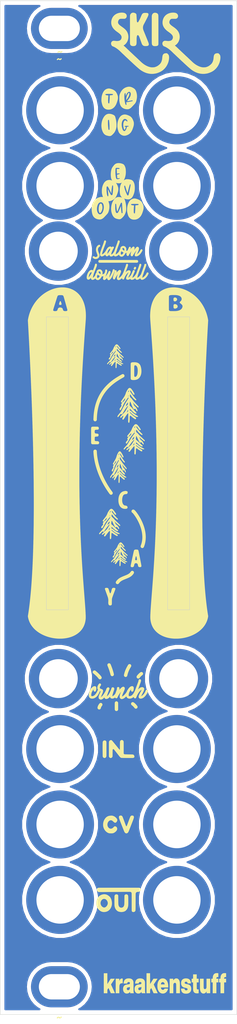
<source format=kicad_pcb>
(kicad_pcb (version 20171130) (host pcbnew "(5.1.5)-2")
  (layers (0 F.Cu signal) (31 B.Cu signal) (34 B.Paste user) (35 F.Paste user) (36 B.SilkS user) (37 F.SilkS user) (38 B.Mask user) (39 F.Mask user) (44 Edge.Cuts user))
  (net 0 "")
  (module Skis:in (layer F.Cu) (at 40.009751 114.505648)
    (fp_text reference G*** hide)
    (fp_text value LOGO hide)
  )
  (module Skis:cv (layer F.Cu) (at 40.011264 124.03)
    (fp_text reference G*** hide)
    (fp_text value LOGO hide)
  )
  (module Skis:out (layer F.Cu) (at 40.008784 133.555516)
    (fp_text reference G*** hide)
    (fp_text value LOGO hide)
  )
  (module Skis:kraakenstuff (layer F.Cu) (at 45.9 144.1)
    (fp_text reference G*** hide)
    (fp_text value LOGO hide)
  )
  (module Skis:crunch (layer F.Cu) (at 40 106.7)
    (fp_text reference G*** hide)
    (fp_text value LOGO hide)
  )
  (module Skis:decay (layer F.Cu) (at 40 79.9)
    (fp_text reference G*** hide)
    (fp_text value LOGO hide)
  )
  (module Skis:range (layer F.Cu) (at 39.9 52.8)
    (fp_text reference G*** hide)
    (fp_text value LOGO hide)
  )
  (module Skis:env_out (layer F.Cu) (at 39.9 44.1)
    (fp_text reference G*** hide)
    (fp_text value LOGO hide)
  )
  (module Skis:trig (layer F.Cu) (at 40.1 34)
    (fp_text reference G*** hide)
    (fp_text value LOGO hide)
  )
  (module Skis:ski_b (layer F.Cu) (at 47.7 78.4)
    (fp_text reference G*** hide)
    (fp_text value LOGO hide)
  )
  (module Skis:ski_a (layer F.Cu) (at 32.2 78.399695)
    (fp_text reference G*** hide)
    (fp_text value LOGO hide)
  )
  (module Skis:skis (layer F.Cu) (at 46 25.4)
    (fp_text reference G*** hide)
    (fp_text value LOGO hide)
  )
  (module KraakenStuff:Panel_Screw_Elliptical (layer F.Cu) (at 32.5114 144.528)
    (fp_text reference ~ (at 0.01016 3.85572) (layer F.SilkS))
    (fp_text value Panel_Screw_Elliptical)
    (pad "" np_thru_hole roundrect (at 0 0) (size 7.2 5.2) (drill oval 5.2 3.2) (layers *.Cu *.Mask) (roundrect_rratio 0.5))
  )
  (module KraakenStuff:Panel_Screw_Elliptical (layer F.Cu) (at 32.5114 23.528)
    (fp_text reference ~ (at 0.01016 3.85572) (layer F.SilkS))
    (fp_text value Panel_Screw_Elliptical)
    (pad "" np_thru_hole roundrect (at 0 0) (size 7.2 5.2) (drill oval 5.2 3.2) (layers *.Cu *.Mask) (roundrect_rratio 0.5))
  )
  (module KraakenStuff:Panel_Thonkiconn_6mm (layer F.Cu) (at 47.4155 133.558)
    (fp_text reference ~ (at 0 -7.4) (layer F.SilkS))
    (fp_text value Panel_Thonkiconn_6mm)
    (pad "" np_thru_hole circle (at 0 0) (size 8.6 8.6) (drill 6) (layers *.Cu *.Mask))
  )
  (module KraakenStuff:Panel_Thonkiconn_6mm (layer F.Cu) (at 32.607299 133.558)
    (fp_text reference ~ (at 0 -7.4) (layer F.SilkS))
    (fp_text value Panel_Thonkiconn_6mm)
    (pad "" np_thru_hole circle (at 0 0) (size 8.6 8.6) (drill 6) (layers *.Cu *.Mask))
  )
  (module KraakenStuff:Panel_Thonkiconn_6mm (layer F.Cu) (at 47.415499 124.033)
    (fp_text reference ~ (at 0 -7.4) (layer F.SilkS))
    (fp_text value Panel_Thonkiconn_6mm)
    (pad "" np_thru_hole circle (at 0 0) (size 8.6 8.6) (drill 6) (layers *.Cu *.Mask))
  )
  (module KraakenStuff:Panel_Thonkiconn_6mm (layer F.Cu) (at 32.607299 124.033)
    (fp_text reference ~ (at 0 -7.4) (layer F.SilkS))
    (fp_text value Panel_Thonkiconn_6mm)
    (pad "" np_thru_hole circle (at 0 0) (size 8.6 8.6) (drill 6) (layers *.Cu *.Mask))
  )
  (module KraakenStuff:Panel_Thonkiconn_6mm (layer F.Cu) (at 47.4155 114.508)
    (fp_text reference ~ (at 0 -7.4) (layer F.SilkS))
    (fp_text value Panel_Thonkiconn_6mm)
    (pad "" np_thru_hole circle (at 0 0) (size 8.6 8.6) (drill 6) (layers *.Cu *.Mask))
  )
  (module KraakenStuff:Panel_SubSwitch_4.9mm (layer F.Cu) (at 47.6314 105.618)
    (fp_text reference ~ (at 0 -7.4) (layer F.SilkS))
    (fp_text value Panel_SubSwitch_4.9mm)
    (pad "" np_thru_hole circle (at 0 0) (size 7.5 7.5) (drill 4.9) (layers *.Cu *.Mask))
  )
  (module KraakenStuff:Panel_Thonkiconn_6mm (layer F.Cu) (at 32.607299 114.508)
    (fp_text reference ~ (at 0 -7.4) (layer F.SilkS))
    (fp_text value Panel_Thonkiconn_6mm)
    (pad "" np_thru_hole circle (at 0 0) (size 8.6 8.6) (drill 6) (layers *.Cu *.Mask))
  )
  (module KraakenStuff:Panel_SubSwitch_4.9mm (layer F.Cu) (at 32.3914 105.618)
    (fp_text reference ~ (at 0 -7.4) (layer F.SilkS))
    (fp_text value Panel_SubSwitch_4.9mm)
    (pad "" np_thru_hole circle (at 0 0) (size 7.5 7.5) (drill 4.9) (layers *.Cu *.Mask))
  )
  (module KraakenStuff:Panel_SubSwitch_4.9mm (layer F.Cu) (at 32.3914 51.643)
    (fp_text reference ~ (at 0 -7.4) (layer F.SilkS))
    (fp_text value Panel_SubSwitch_4.9mm)
    (pad "" np_thru_hole circle (at 0 0) (size 7.5 7.5) (drill 4.9) (layers *.Cu *.Mask))
  )
  (module KraakenStuff:Panel_SubSwitch_4.9mm (layer F.Cu) (at 47.6314 51.643)
    (fp_text reference ~ (at 0 -7.4) (layer F.SilkS))
    (fp_text value Panel_SubSwitch_4.9mm)
    (pad "" np_thru_hole circle (at 0 0) (size 7.5 7.5) (drill 4.9) (layers *.Cu *.Mask))
  )
  (module KraakenStuff:Panel_Thonkiconn_6mm (layer F.Cu) (at 32.607299 43.388)
    (fp_text reference ~ (at 0 -7.4) (layer F.SilkS))
    (fp_text value Panel_Thonkiconn_6mm)
    (pad "" np_thru_hole circle (at 0 0) (size 8.6 8.6) (drill 6) (layers *.Cu *.Mask))
  )
  (module KraakenStuff:Panel_Thonkiconn_6mm (layer F.Cu) (at 47.4155 43.388)
    (fp_text reference ~ (at 0 -7.4) (layer F.SilkS))
    (fp_text value Panel_Thonkiconn_6mm)
    (pad "" np_thru_hole circle (at 0 0) (size 8.6 8.6) (drill 6) (layers *.Cu *.Mask))
  )
  (module KraakenStuff:Panel_Thonkiconn_6mm (layer F.Cu) (at 47.4155 33.863)
    (fp_text reference ~ (at 0 -7.4) (layer F.SilkS))
    (fp_text value Panel_Thonkiconn_6mm)
    (pad "" np_thru_hole circle (at 0 0) (size 8.6 8.6) (drill 6) (layers *.Cu *.Mask))
  )
  (module KraakenStuff:Panel_Thonkiconn_6mm (layer F.Cu) (at 32.607299 33.863)
    (fp_text reference ~ (at 0 -7.4) (layer F.SilkS))
    (fp_text value Panel_Thonkiconn_6mm)
    (pad "" np_thru_hole circle (at 0 0) (size 8.6 8.6) (drill 6) (layers *.Cu *.Mask))
  )
  (gr_line (start 46.2344 96.9312) (end 46.2344 59.9488) (layer Edge.Cuts) (width 0.05))
  (gr_line (start 49.0284 96.9312) (end 46.2344 96.9312) (layer Edge.Cuts) (width 0.05))
  (gr_line (start 49.0284 59.9488) (end 49.0284 96.9312) (layer Edge.Cuts) (width 0.05))
  (gr_line (start 46.2344 59.9488) (end 49.0284 59.9488) (layer Edge.Cuts) (width 0.05))
  (gr_line (start 30.8674 96.9312) (end 30.8674 59.9488) (layer Edge.Cuts) (width 0.05))
  (gr_line (start 33.6614 96.9312) (end 30.8674 96.9312) (layer Edge.Cuts) (width 0.05))
  (gr_line (start 33.6614 59.9488) (end 33.6614 96.9312) (layer Edge.Cuts) (width 0.05))
  (gr_line (start 30.8674 59.9488) (end 33.6614 59.9488) (layer Edge.Cuts) (width 0.05))
  (gr_line (start 55.0114 20.028) (end 55.0114 148.028) (layer Edge.Cuts) (width 0.05))
  (gr_line (start 25.0114 148.028) (end 25.0114 20.028) (layer Edge.Cuts) (width 0.05))
  (gr_line (start 55.0114 148.028) (end 25.0114 148.028) (layer Edge.Cuts) (width 0.05))
  (gr_line (start 25.0114 20.028) (end 55.0114 20.028) (layer Edge.Cuts) (width 0.05))
  (zone (net 0) (net_name "") (layer F.Cu) (connect_pads (clearance 0.508)) (min_thickness 0.254) (fill yes (arc_segments 32) (thermal_gap 0.508) (thermal_bridge_width 0.508))
    (polygon (pts (xy 54.991 147.955) (xy 25.019 147.955) (xy 25.019 20.066) (xy 54.991 19.939)))
  )
  (zone (net 0) (net_name "") (layer B.Cu) (connect_pads (clearance 0.508)) (min_thickness 0.254) (fill yes (arc_segments 32) (thermal_gap 0.508) (thermal_bridge_width 0.508))
    (polygon (pts (xy 54.991 147.955) (xy 25.019 147.955) (xy 25.019 20.066) (xy 54.991 20.066)))
  )
)
</source>
